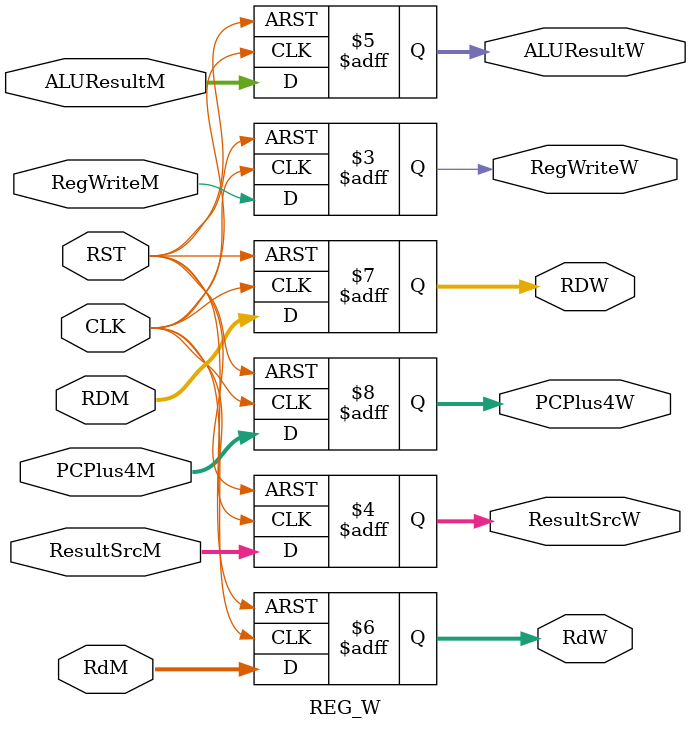
<source format=v>
/*
   Created by : Mohamed Hazem Mamdouh
   12-08-2023
   7:30 PM
 */
//***************  Register of Witeback  ***************//
module REG_W (
            input  wire        CLK         ,
	          input  wire        RST         ,
            input  wire        RegWriteM   ,
            input  wire [1:0]  ResultSrcM  ,
            input  wire [31:0] RDM         ,
            input  wire [31:0] ALUResultM  ,
            input  wire [4:0]  RdM         ,
            input  wire [31:0] PCPlus4M    ,
            output reg         RegWriteW   ,
            output reg  [1:0]  ResultSrcW  ,
            output reg  [31:0] ALUResultW  ,
            output reg  [4:0]  RdW         ,
            output reg  [31:0] RDW         ,
            output reg  [31:0] PCPlus4W    
              
    );
  
  always @(posedge CLK or negedge RST)
  begin
   if(!RST)
   begin
   RegWriteW    <= 1'b0   ;
   ResultSrcW   <= 2'b0   ;
   ALUResultW   <= 32'b0  ;
   RdW          <= 5'b0   ;
   RDW          <= 32'b0  ;
   PCPlus4W     <= 32'b0  ; 
   end
   else
   begin
   RegWriteW    <= RegWriteM   ;
   ResultSrcW   <= ResultSrcM  ;
   ALUResultW   <= ALUResultM  ;
   RdW          <= RdM         ;
   RDW          <= RDM         ;
   PCPlus4W     <= PCPlus4M    ;  
   end
   end	

endmodule
</source>
